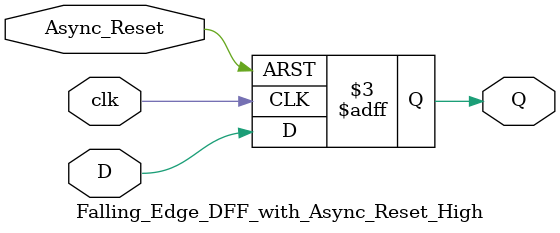
<source format=v>
module Falling_Edge_DFF_with_Async_Reset_High(
	input D,
	input Async_Reset,
	input clk,
	output reg Q
);

always @(negedge clk or posedge Async_Reset)
begin

	if(Async_Reset == 1'b1)
	
		Q <= 1'b0;
	
	else
		
		Q <= D;

end

endmodule

</source>
